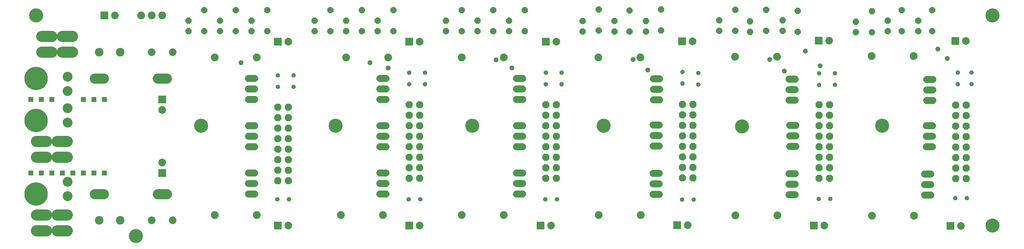
<source format=gts>
G75*
%MOIN*%
%OFA0B0*%
%FSLAX25Y25*%
%IPPOS*%
%LPD*%
%AMOC8*
5,1,8,0,0,1.08239X$1,22.5*
%
%ADD10C,0.13398*%
%ADD11OC8,0.06800*%
%ADD12C,0.00500*%
%ADD13C,0.06800*%
%ADD14R,0.07300X0.07300*%
%ADD15C,0.07300*%
%ADD16C,0.07400*%
%ADD17C,0.08200*%
%ADD18C,0.09650*%
%ADD19OC8,0.06000*%
%ADD20C,0.09400*%
%ADD21C,0.22300*%
%ADD22C,0.10643*%
%ADD23C,0.04762*%
%ADD24R,0.04762X0.04762*%
D10*
X0167923Y0019500D03*
X0229923Y0124500D03*
X0357923Y0124500D03*
X0487923Y0124500D03*
X0612923Y0124500D03*
X0744723Y0123800D03*
X0877923Y0124500D03*
X0982923Y0029500D03*
X0982923Y0229500D03*
X0072923Y0229500D03*
D11*
X0427923Y0144500D03*
X0437923Y0144500D03*
X0437923Y0134500D03*
X0427923Y0134500D03*
X0427923Y0124500D03*
X0437923Y0124500D03*
X0437923Y0114500D03*
X0427923Y0114500D03*
X0427923Y0104500D03*
X0437923Y0104500D03*
X0437923Y0094500D03*
X0427923Y0094500D03*
X0427923Y0084500D03*
X0437923Y0084500D03*
X0437923Y0074500D03*
X0427923Y0074500D03*
X0312923Y0072000D03*
X0302923Y0072000D03*
X0302923Y0082000D03*
X0312923Y0082000D03*
X0312923Y0092000D03*
X0302923Y0092000D03*
X0302923Y0102000D03*
X0312923Y0102000D03*
X0312923Y0112000D03*
X0302923Y0112000D03*
X0302923Y0122000D03*
X0312923Y0122000D03*
X0312923Y0132000D03*
X0302923Y0132000D03*
X0302923Y0142000D03*
X0312923Y0142000D03*
X0557923Y0144500D03*
X0567923Y0144500D03*
X0567923Y0134500D03*
X0557923Y0134500D03*
X0557923Y0124500D03*
X0567923Y0124500D03*
X0567923Y0114500D03*
X0557923Y0114500D03*
X0557923Y0104500D03*
X0567923Y0104500D03*
X0567923Y0094500D03*
X0557923Y0094500D03*
X0557923Y0084500D03*
X0567923Y0084500D03*
X0567923Y0074500D03*
X0557923Y0074500D03*
X0688001Y0074833D03*
X0698001Y0074833D03*
X0698001Y0084833D03*
X0688001Y0084833D03*
X0688001Y0094833D03*
X0698001Y0094833D03*
X0698001Y0104833D03*
X0688001Y0104833D03*
X0688001Y0114833D03*
X0698001Y0114833D03*
X0698001Y0124833D03*
X0688001Y0124833D03*
X0688001Y0134833D03*
X0698001Y0134833D03*
X0698001Y0144833D03*
X0688001Y0144833D03*
X0818001Y0144532D03*
X0828001Y0144532D03*
X0828001Y0134532D03*
X0818001Y0134532D03*
X0818001Y0124532D03*
X0828001Y0124532D03*
X0828001Y0114532D03*
X0818001Y0114532D03*
X0818001Y0104532D03*
X0828001Y0104532D03*
X0828001Y0094532D03*
X0818001Y0094532D03*
X0818001Y0084532D03*
X0828001Y0084532D03*
X0828001Y0074532D03*
X0818001Y0074532D03*
X0948001Y0074231D03*
X0958001Y0074231D03*
X0958001Y0084231D03*
X0948001Y0084231D03*
X0948001Y0094231D03*
X0958001Y0094231D03*
X0958001Y0104231D03*
X0948001Y0104231D03*
X0948001Y0114231D03*
X0958001Y0114231D03*
X0958001Y0124231D03*
X0948001Y0124231D03*
X0948001Y0134231D03*
X0958001Y0134231D03*
X0958001Y0144231D03*
X0948001Y0144231D03*
D12*
X0949661Y0162352D02*
X0949278Y0162475D01*
X0948932Y0162681D01*
X0948641Y0162958D01*
X0948419Y0163293D01*
X0948276Y0163669D01*
X0948221Y0164067D01*
X0948272Y0164460D01*
X0948410Y0164832D01*
X0948626Y0165164D01*
X0948911Y0165439D01*
X0949250Y0165645D01*
X0949626Y0165769D01*
X0950021Y0165807D01*
X0950404Y0165760D01*
X0950768Y0165630D01*
X0951093Y0165421D01*
X0951364Y0165146D01*
X0951567Y0164817D01*
X0951691Y0164451D01*
X0951731Y0164067D01*
X0951697Y0163686D01*
X0951579Y0163321D01*
X0951383Y0162992D01*
X0951119Y0162715D01*
X0950799Y0162504D01*
X0950441Y0162369D01*
X0950061Y0162317D01*
X0949661Y0162352D01*
X0949114Y0162573D02*
X0950904Y0162573D01*
X0951430Y0163071D02*
X0948566Y0163071D01*
X0948314Y0163570D02*
X0951660Y0163570D01*
X0951731Y0164068D02*
X0948222Y0164068D01*
X0948312Y0164567D02*
X0951652Y0164567D01*
X0951414Y0165065D02*
X0948562Y0165065D01*
X0949117Y0165564D02*
X0950871Y0165564D01*
X0961305Y0164488D02*
X0961423Y0164853D01*
X0961619Y0165182D01*
X0961883Y0165459D01*
X0962203Y0165670D01*
X0962561Y0165805D01*
X0962941Y0165857D01*
X0963341Y0165822D01*
X0963724Y0165699D01*
X0964070Y0165493D01*
X0964361Y0165216D01*
X0964583Y0164881D01*
X0964725Y0164505D01*
X0964780Y0164107D01*
X0964729Y0163714D01*
X0964592Y0163342D01*
X0964376Y0163010D01*
X0964091Y0162735D01*
X0963752Y0162529D01*
X0963375Y0162405D01*
X0962981Y0162367D01*
X0962597Y0162414D01*
X0962234Y0162544D01*
X0961908Y0162753D01*
X0961638Y0163028D01*
X0961435Y0163357D01*
X0961311Y0163723D01*
X0961271Y0164107D01*
X0961305Y0164488D01*
X0961330Y0164567D02*
X0964702Y0164567D01*
X0964775Y0164068D02*
X0961275Y0164068D01*
X0961363Y0163570D02*
X0964676Y0163570D01*
X0964416Y0163071D02*
X0961611Y0163071D01*
X0962189Y0162573D02*
X0963823Y0162573D01*
X0964461Y0165065D02*
X0961549Y0165065D01*
X0962042Y0165564D02*
X0963951Y0165564D01*
X0963375Y0173425D02*
X0962981Y0173387D01*
X0962597Y0173434D01*
X0962234Y0173564D01*
X0961908Y0173773D01*
X0961638Y0174048D01*
X0961435Y0174377D01*
X0961311Y0174743D01*
X0961271Y0175127D01*
X0961305Y0175508D01*
X0961423Y0175873D01*
X0961619Y0176202D01*
X0961883Y0176479D01*
X0962203Y0176690D01*
X0962561Y0176825D01*
X0962941Y0176877D01*
X0963341Y0176842D01*
X0963724Y0176719D01*
X0964070Y0176513D01*
X0964361Y0176236D01*
X0964583Y0175901D01*
X0964725Y0175525D01*
X0964780Y0175127D01*
X0964729Y0174734D01*
X0964592Y0174362D01*
X0964376Y0174030D01*
X0964091Y0173755D01*
X0963752Y0173549D01*
X0963375Y0173425D01*
X0963723Y0173540D02*
X0962302Y0173540D01*
X0961647Y0174039D02*
X0964381Y0174039D01*
X0964657Y0174537D02*
X0961381Y0174537D01*
X0961280Y0175036D02*
X0964769Y0175036D01*
X0964722Y0175534D02*
X0961313Y0175534D01*
X0961518Y0176033D02*
X0964496Y0176033D01*
X0964040Y0176531D02*
X0961962Y0176531D01*
X0951691Y0175471D02*
X0951731Y0175087D01*
X0951697Y0174706D01*
X0951579Y0174341D01*
X0951383Y0174012D01*
X0951119Y0173735D01*
X0950799Y0173524D01*
X0950441Y0173389D01*
X0950061Y0173337D01*
X0949661Y0173372D01*
X0949278Y0173495D01*
X0948932Y0173701D01*
X0948641Y0173978D01*
X0948419Y0174313D01*
X0948276Y0174689D01*
X0948221Y0175087D01*
X0948272Y0175480D01*
X0948410Y0175852D01*
X0948626Y0176184D01*
X0948911Y0176459D01*
X0949250Y0176665D01*
X0949626Y0176789D01*
X0950021Y0176827D01*
X0950404Y0176780D01*
X0950768Y0176650D01*
X0951093Y0176441D01*
X0951364Y0176166D01*
X0951567Y0175837D01*
X0951691Y0175471D01*
X0951670Y0175534D02*
X0948292Y0175534D01*
X0948229Y0175036D02*
X0951727Y0175036D01*
X0951643Y0174537D02*
X0948334Y0174537D01*
X0948601Y0174039D02*
X0951399Y0174039D01*
X0950824Y0173540D02*
X0949203Y0173540D01*
X0948527Y0176033D02*
X0951446Y0176033D01*
X0950953Y0176531D02*
X0949029Y0176531D01*
X0834780Y0174428D02*
X0834729Y0174035D01*
X0834592Y0173663D01*
X0834376Y0173331D01*
X0834091Y0173056D01*
X0833752Y0172850D01*
X0833375Y0172726D01*
X0832981Y0172688D01*
X0832597Y0172735D01*
X0832234Y0172865D01*
X0831908Y0173074D01*
X0831638Y0173349D01*
X0831435Y0173678D01*
X0831311Y0174044D01*
X0831271Y0174428D01*
X0831305Y0174809D01*
X0831423Y0175174D01*
X0831619Y0175503D01*
X0831883Y0175780D01*
X0832203Y0175991D01*
X0832561Y0176126D01*
X0832941Y0176178D01*
X0833341Y0176143D01*
X0833724Y0176020D01*
X0834070Y0175814D01*
X0834361Y0175537D01*
X0834583Y0175202D01*
X0834725Y0174826D01*
X0834780Y0174428D01*
X0834765Y0174537D02*
X0831280Y0174537D01*
X0831312Y0174039D02*
X0834730Y0174039D01*
X0834512Y0173540D02*
X0831520Y0173540D01*
X0831959Y0173041D02*
X0834067Y0173041D01*
X0834646Y0175036D02*
X0831378Y0175036D01*
X0831648Y0175534D02*
X0834363Y0175534D01*
X0833684Y0176033D02*
X0832312Y0176033D01*
X0819691Y0174772D02*
X0819731Y0174388D01*
X0819697Y0174007D01*
X0819579Y0173642D01*
X0819383Y0173313D01*
X0819119Y0173036D01*
X0818799Y0172825D01*
X0818441Y0172690D01*
X0818061Y0172638D01*
X0817661Y0172673D01*
X0817278Y0172796D01*
X0816932Y0173002D01*
X0816641Y0173279D01*
X0816419Y0173614D01*
X0816276Y0173990D01*
X0816221Y0174388D01*
X0816272Y0174781D01*
X0816410Y0175153D01*
X0816626Y0175485D01*
X0816911Y0175760D01*
X0817250Y0175966D01*
X0817626Y0176090D01*
X0818021Y0176128D01*
X0818404Y0176081D01*
X0818768Y0175951D01*
X0819093Y0175742D01*
X0819364Y0175467D01*
X0819567Y0175138D01*
X0819691Y0174772D01*
X0819716Y0174537D02*
X0816241Y0174537D01*
X0816270Y0174039D02*
X0819700Y0174039D01*
X0819518Y0173540D02*
X0816468Y0173540D01*
X0816891Y0173041D02*
X0819124Y0173041D01*
X0819602Y0175036D02*
X0816366Y0175036D01*
X0816677Y0175534D02*
X0819298Y0175534D01*
X0818540Y0176033D02*
X0817452Y0176033D01*
X0818021Y0165108D02*
X0818404Y0165061D01*
X0818768Y0164931D01*
X0819093Y0164722D01*
X0819364Y0164447D01*
X0819567Y0164118D01*
X0819691Y0163752D01*
X0819731Y0163368D01*
X0819697Y0162987D01*
X0819579Y0162622D01*
X0819383Y0162293D01*
X0819119Y0162016D01*
X0818799Y0161805D01*
X0818441Y0161670D01*
X0818061Y0161618D01*
X0817661Y0161653D01*
X0817278Y0161776D01*
X0816932Y0161982D01*
X0816641Y0162259D01*
X0816419Y0162594D01*
X0816276Y0162970D01*
X0816221Y0163368D01*
X0816272Y0163761D01*
X0816410Y0164133D01*
X0816626Y0164465D01*
X0816911Y0164740D01*
X0817250Y0164946D01*
X0817626Y0165070D01*
X0818021Y0165108D01*
X0818372Y0165065D02*
X0817612Y0165065D01*
X0816732Y0164567D02*
X0819246Y0164567D01*
X0819584Y0164068D02*
X0816386Y0164068D01*
X0816248Y0163570D02*
X0819710Y0163570D01*
X0819705Y0163071D02*
X0816262Y0163071D01*
X0816433Y0162573D02*
X0819550Y0162573D01*
X0819174Y0162074D02*
X0816835Y0162074D01*
X0831271Y0163408D02*
X0831311Y0163024D01*
X0831435Y0162658D01*
X0831638Y0162329D01*
X0831908Y0162054D01*
X0832234Y0161845D01*
X0832597Y0161715D01*
X0832981Y0161668D01*
X0833375Y0161706D01*
X0833752Y0161830D01*
X0834091Y0162036D01*
X0834376Y0162311D01*
X0834592Y0162643D01*
X0834729Y0163015D01*
X0834780Y0163408D01*
X0834725Y0163806D01*
X0834583Y0164182D01*
X0834361Y0164517D01*
X0834070Y0164794D01*
X0833724Y0165000D01*
X0833341Y0165123D01*
X0832941Y0165158D01*
X0832561Y0165106D01*
X0832203Y0164971D01*
X0831883Y0164760D01*
X0831619Y0164483D01*
X0831423Y0164154D01*
X0831305Y0163789D01*
X0831271Y0163408D01*
X0831285Y0163570D02*
X0834758Y0163570D01*
X0834737Y0163071D02*
X0831306Y0163071D01*
X0831487Y0162573D02*
X0834546Y0162573D01*
X0834131Y0162074D02*
X0831888Y0162074D01*
X0831395Y0164068D02*
X0834626Y0164068D01*
X0834309Y0164567D02*
X0831699Y0164567D01*
X0832453Y0165065D02*
X0833520Y0165065D01*
X0704780Y0163709D02*
X0704729Y0163316D01*
X0704592Y0162944D01*
X0704376Y0162612D01*
X0704091Y0162337D01*
X0703752Y0162131D01*
X0703375Y0162007D01*
X0702981Y0161969D01*
X0702597Y0162016D01*
X0702234Y0162146D01*
X0701908Y0162355D01*
X0701638Y0162630D01*
X0701435Y0162959D01*
X0701311Y0163325D01*
X0701271Y0163709D01*
X0701305Y0164090D01*
X0701423Y0164455D01*
X0701619Y0164784D01*
X0701883Y0165061D01*
X0702203Y0165272D01*
X0702561Y0165407D01*
X0702941Y0165459D01*
X0703341Y0165424D01*
X0703724Y0165301D01*
X0704070Y0165095D01*
X0704361Y0164818D01*
X0704583Y0164483D01*
X0704725Y0164107D01*
X0704780Y0163709D01*
X0704762Y0163570D02*
X0701285Y0163570D01*
X0701303Y0164068D02*
X0704731Y0164068D01*
X0704528Y0164567D02*
X0701489Y0164567D01*
X0701890Y0165065D02*
X0704101Y0165065D01*
X0704639Y0163071D02*
X0701397Y0163071D01*
X0701694Y0162573D02*
X0704335Y0162573D01*
X0703579Y0162074D02*
X0702434Y0162074D01*
X0689697Y0164288D02*
X0689579Y0163923D01*
X0689383Y0163594D01*
X0689119Y0163317D01*
X0688799Y0163106D01*
X0688441Y0162971D01*
X0688061Y0162919D01*
X0687661Y0162954D01*
X0687278Y0163077D01*
X0686932Y0163283D01*
X0686641Y0163560D01*
X0686419Y0163895D01*
X0686276Y0164271D01*
X0686221Y0164669D01*
X0686272Y0165062D01*
X0686410Y0165434D01*
X0686626Y0165766D01*
X0686911Y0166041D01*
X0687250Y0166247D01*
X0687626Y0166371D01*
X0688021Y0166409D01*
X0688404Y0166362D01*
X0688768Y0166232D01*
X0689093Y0166023D01*
X0689364Y0165748D01*
X0689567Y0165419D01*
X0689691Y0165053D01*
X0689731Y0164669D01*
X0689697Y0164288D01*
X0689626Y0164068D02*
X0686353Y0164068D01*
X0686236Y0164567D02*
X0689722Y0164567D01*
X0689687Y0165065D02*
X0686274Y0165065D01*
X0686494Y0165564D02*
X0689478Y0165564D01*
X0689032Y0166062D02*
X0686946Y0166062D01*
X0686634Y0163570D02*
X0689360Y0163570D01*
X0688708Y0163071D02*
X0687297Y0163071D01*
X0701638Y0173650D02*
X0701435Y0173979D01*
X0701311Y0174345D01*
X0701271Y0174729D01*
X0701305Y0175110D01*
X0701423Y0175475D01*
X0701619Y0175804D01*
X0701883Y0176081D01*
X0702203Y0176292D01*
X0702561Y0176427D01*
X0702941Y0176479D01*
X0703341Y0176444D01*
X0703724Y0176321D01*
X0704070Y0176115D01*
X0704361Y0175838D01*
X0704583Y0175503D01*
X0704725Y0175127D01*
X0704780Y0174729D01*
X0704729Y0174336D01*
X0704592Y0173964D01*
X0704376Y0173632D01*
X0704091Y0173357D01*
X0703752Y0173151D01*
X0703375Y0173027D01*
X0702981Y0172989D01*
X0702597Y0173036D01*
X0702234Y0173166D01*
X0701908Y0173375D01*
X0701638Y0173650D01*
X0701746Y0173540D02*
X0704280Y0173540D01*
X0704620Y0174039D02*
X0701415Y0174039D01*
X0701291Y0174537D02*
X0704756Y0174537D01*
X0704738Y0175036D02*
X0701298Y0175036D01*
X0701458Y0175534D02*
X0704563Y0175534D01*
X0704157Y0176033D02*
X0701837Y0176033D01*
X0702581Y0173041D02*
X0703420Y0173041D01*
X0689697Y0175308D02*
X0689579Y0174943D01*
X0689383Y0174614D01*
X0689119Y0174337D01*
X0688799Y0174126D01*
X0688441Y0173991D01*
X0688061Y0173939D01*
X0687661Y0173974D01*
X0687278Y0174097D01*
X0686932Y0174303D01*
X0686641Y0174580D01*
X0686419Y0174915D01*
X0686276Y0175291D01*
X0686221Y0175689D01*
X0686272Y0176082D01*
X0686410Y0176454D01*
X0686626Y0176786D01*
X0686911Y0177061D01*
X0687250Y0177267D01*
X0687626Y0177391D01*
X0688021Y0177429D01*
X0688404Y0177382D01*
X0688768Y0177252D01*
X0689093Y0177043D01*
X0689364Y0176768D01*
X0689567Y0176439D01*
X0689691Y0176073D01*
X0689731Y0175689D01*
X0689697Y0175308D01*
X0689717Y0175534D02*
X0686243Y0175534D01*
X0686266Y0176033D02*
X0689696Y0176033D01*
X0689510Y0176531D02*
X0686460Y0176531D01*
X0686878Y0177030D02*
X0689107Y0177030D01*
X0689609Y0175036D02*
X0686373Y0175036D01*
X0686686Y0174537D02*
X0689309Y0174537D01*
X0688567Y0174039D02*
X0687461Y0174039D01*
X0574702Y0175030D02*
X0574651Y0174637D01*
X0574514Y0174265D01*
X0574298Y0173933D01*
X0574013Y0173658D01*
X0573674Y0173452D01*
X0573297Y0173328D01*
X0572903Y0173290D01*
X0572519Y0173337D01*
X0572156Y0173467D01*
X0571830Y0173676D01*
X0571560Y0173951D01*
X0571357Y0174280D01*
X0571233Y0174646D01*
X0571193Y0175030D01*
X0571227Y0175411D01*
X0571345Y0175776D01*
X0571541Y0176105D01*
X0571805Y0176382D01*
X0572125Y0176593D01*
X0572483Y0176728D01*
X0572863Y0176780D01*
X0573263Y0176745D01*
X0573646Y0176622D01*
X0573992Y0176416D01*
X0574283Y0176139D01*
X0574505Y0175804D01*
X0574647Y0175428D01*
X0574702Y0175030D01*
X0574702Y0175036D02*
X0571193Y0175036D01*
X0571266Y0175534D02*
X0574607Y0175534D01*
X0574354Y0176033D02*
X0571498Y0176033D01*
X0572031Y0176531D02*
X0573798Y0176531D01*
X0574615Y0174537D02*
X0571270Y0174537D01*
X0571506Y0174039D02*
X0574366Y0174039D01*
X0573818Y0173540D02*
X0572042Y0173540D01*
X0559619Y0174609D02*
X0559501Y0174244D01*
X0559305Y0173915D01*
X0559041Y0173638D01*
X0558721Y0173427D01*
X0558363Y0173292D01*
X0557983Y0173240D01*
X0557583Y0173275D01*
X0557200Y0173398D01*
X0556854Y0173604D01*
X0556563Y0173881D01*
X0556341Y0174216D01*
X0556198Y0174592D01*
X0556143Y0174990D01*
X0556194Y0175383D01*
X0556332Y0175755D01*
X0556548Y0176087D01*
X0556833Y0176362D01*
X0557172Y0176568D01*
X0557548Y0176692D01*
X0557943Y0176730D01*
X0558326Y0176683D01*
X0558690Y0176553D01*
X0559015Y0176344D01*
X0559286Y0176069D01*
X0559489Y0175740D01*
X0559613Y0175374D01*
X0559653Y0174990D01*
X0559619Y0174609D01*
X0559596Y0174537D02*
X0556219Y0174537D01*
X0556149Y0175036D02*
X0559649Y0175036D01*
X0559559Y0175534D02*
X0556250Y0175534D01*
X0556513Y0176033D02*
X0559309Y0176033D01*
X0558724Y0176531D02*
X0557112Y0176531D01*
X0556458Y0174039D02*
X0559379Y0174039D01*
X0558892Y0173540D02*
X0556962Y0173540D01*
X0557548Y0165672D02*
X0557943Y0165710D01*
X0558326Y0165663D01*
X0558690Y0165533D01*
X0559015Y0165324D01*
X0559286Y0165049D01*
X0559489Y0164720D01*
X0559613Y0164354D01*
X0559653Y0163970D01*
X0559619Y0163589D01*
X0559501Y0163224D01*
X0559305Y0162895D01*
X0559041Y0162618D01*
X0558721Y0162407D01*
X0558363Y0162272D01*
X0557983Y0162220D01*
X0557583Y0162255D01*
X0557200Y0162378D01*
X0556854Y0162584D01*
X0556563Y0162861D01*
X0556341Y0163196D01*
X0556198Y0163572D01*
X0556143Y0163970D01*
X0556194Y0164363D01*
X0556332Y0164735D01*
X0556548Y0165067D01*
X0556833Y0165342D01*
X0557172Y0165548D01*
X0557548Y0165672D01*
X0557221Y0165564D02*
X0558603Y0165564D01*
X0559270Y0165065D02*
X0556547Y0165065D01*
X0556270Y0164567D02*
X0559541Y0164567D01*
X0559643Y0164068D02*
X0556156Y0164068D01*
X0556199Y0163570D02*
X0559613Y0163570D01*
X0559410Y0163071D02*
X0556423Y0163071D01*
X0556873Y0162573D02*
X0558972Y0162573D01*
X0571193Y0164010D02*
X0571233Y0163626D01*
X0571357Y0163260D01*
X0571560Y0162931D01*
X0571830Y0162656D01*
X0572156Y0162447D01*
X0572519Y0162317D01*
X0572903Y0162270D01*
X0573297Y0162308D01*
X0573674Y0162432D01*
X0574013Y0162638D01*
X0574298Y0162913D01*
X0574514Y0163245D01*
X0574651Y0163617D01*
X0574702Y0164010D01*
X0574647Y0164408D01*
X0574505Y0164784D01*
X0574283Y0165119D01*
X0573992Y0165396D01*
X0573646Y0165602D01*
X0573263Y0165725D01*
X0572863Y0165760D01*
X0572483Y0165708D01*
X0572125Y0165573D01*
X0571805Y0165362D01*
X0571541Y0165085D01*
X0571345Y0164756D01*
X0571227Y0164391D01*
X0571193Y0164010D01*
X0571198Y0164068D02*
X0574694Y0164068D01*
X0574634Y0163570D02*
X0571252Y0163570D01*
X0571473Y0163071D02*
X0574401Y0163071D01*
X0573906Y0162573D02*
X0571960Y0162573D01*
X0571283Y0164567D02*
X0574587Y0164567D01*
X0574319Y0165065D02*
X0571529Y0165065D01*
X0572110Y0165564D02*
X0573709Y0165564D01*
X0444702Y0164010D02*
X0444651Y0163617D01*
X0444514Y0163245D01*
X0444298Y0162913D01*
X0444013Y0162638D01*
X0443674Y0162432D01*
X0443297Y0162308D01*
X0442903Y0162270D01*
X0442519Y0162317D01*
X0442156Y0162447D01*
X0441830Y0162656D01*
X0441560Y0162931D01*
X0441357Y0163260D01*
X0441233Y0163626D01*
X0441193Y0164010D01*
X0441227Y0164391D01*
X0441345Y0164756D01*
X0441541Y0165085D01*
X0441805Y0165362D01*
X0442125Y0165573D01*
X0442483Y0165708D01*
X0442863Y0165760D01*
X0443263Y0165725D01*
X0443646Y0165602D01*
X0443992Y0165396D01*
X0444283Y0165119D01*
X0444505Y0164784D01*
X0444647Y0164408D01*
X0444702Y0164010D01*
X0444694Y0164068D02*
X0441198Y0164068D01*
X0441252Y0163570D02*
X0444634Y0163570D01*
X0444401Y0163071D02*
X0441473Y0163071D01*
X0441960Y0162573D02*
X0443906Y0162573D01*
X0444587Y0164567D02*
X0441283Y0164567D01*
X0441529Y0165065D02*
X0444319Y0165065D01*
X0443709Y0165564D02*
X0442110Y0165564D01*
X0429613Y0164354D02*
X0429653Y0163970D01*
X0429619Y0163589D01*
X0429501Y0163224D01*
X0429305Y0162895D01*
X0429041Y0162618D01*
X0428721Y0162407D01*
X0428363Y0162272D01*
X0427983Y0162220D01*
X0427583Y0162255D01*
X0427200Y0162378D01*
X0426854Y0162584D01*
X0426563Y0162861D01*
X0426341Y0163196D01*
X0426198Y0163572D01*
X0426143Y0163970D01*
X0426194Y0164363D01*
X0426332Y0164735D01*
X0426548Y0165067D01*
X0426833Y0165342D01*
X0427172Y0165548D01*
X0427548Y0165672D01*
X0427943Y0165710D01*
X0428326Y0165663D01*
X0428690Y0165533D01*
X0429015Y0165324D01*
X0429286Y0165049D01*
X0429489Y0164720D01*
X0429613Y0164354D01*
X0429541Y0164567D02*
X0426270Y0164567D01*
X0426156Y0164068D02*
X0429643Y0164068D01*
X0429613Y0163570D02*
X0426199Y0163570D01*
X0426423Y0163071D02*
X0429410Y0163071D01*
X0428972Y0162573D02*
X0426873Y0162573D01*
X0426547Y0165065D02*
X0429270Y0165065D01*
X0428603Y0165564D02*
X0427221Y0165564D01*
X0427983Y0173240D02*
X0427583Y0173275D01*
X0427200Y0173398D01*
X0426854Y0173604D01*
X0426563Y0173881D01*
X0426341Y0174216D01*
X0426198Y0174592D01*
X0426143Y0174990D01*
X0426194Y0175383D01*
X0426332Y0175755D01*
X0426548Y0176087D01*
X0426833Y0176362D01*
X0427172Y0176568D01*
X0427548Y0176692D01*
X0427943Y0176730D01*
X0428326Y0176683D01*
X0428690Y0176553D01*
X0429015Y0176344D01*
X0429286Y0176069D01*
X0429489Y0175740D01*
X0429613Y0175374D01*
X0429653Y0174990D01*
X0429619Y0174609D01*
X0429501Y0174244D01*
X0429305Y0173915D01*
X0429041Y0173638D01*
X0428721Y0173427D01*
X0428363Y0173292D01*
X0427983Y0173240D01*
X0428892Y0173540D02*
X0426962Y0173540D01*
X0426458Y0174039D02*
X0429379Y0174039D01*
X0429596Y0174537D02*
X0426219Y0174537D01*
X0426149Y0175036D02*
X0429649Y0175036D01*
X0429559Y0175534D02*
X0426250Y0175534D01*
X0426513Y0176033D02*
X0429309Y0176033D01*
X0428724Y0176531D02*
X0427112Y0176531D01*
X0441227Y0175411D02*
X0441345Y0175776D01*
X0441541Y0176105D01*
X0441805Y0176382D01*
X0442125Y0176593D01*
X0442483Y0176728D01*
X0442863Y0176780D01*
X0443263Y0176745D01*
X0443646Y0176622D01*
X0443992Y0176416D01*
X0444283Y0176139D01*
X0444505Y0175804D01*
X0444647Y0175428D01*
X0444702Y0175030D01*
X0444651Y0174637D01*
X0444514Y0174265D01*
X0444298Y0173933D01*
X0444013Y0173658D01*
X0443674Y0173452D01*
X0443297Y0173328D01*
X0442903Y0173290D01*
X0442519Y0173337D01*
X0442156Y0173467D01*
X0441830Y0173676D01*
X0441560Y0173951D01*
X0441357Y0174280D01*
X0441233Y0174646D01*
X0441193Y0175030D01*
X0441227Y0175411D01*
X0441266Y0175534D02*
X0444607Y0175534D01*
X0444702Y0175036D02*
X0441193Y0175036D01*
X0441270Y0174537D02*
X0444615Y0174537D01*
X0444366Y0174039D02*
X0441506Y0174039D01*
X0442042Y0173540D02*
X0443818Y0173540D01*
X0444354Y0176033D02*
X0441498Y0176033D01*
X0442031Y0176531D02*
X0443798Y0176531D01*
X0319702Y0172530D02*
X0319651Y0172137D01*
X0319514Y0171765D01*
X0319298Y0171433D01*
X0319013Y0171158D01*
X0318674Y0170952D01*
X0318297Y0170828D01*
X0317903Y0170790D01*
X0317519Y0170837D01*
X0317156Y0170967D01*
X0316830Y0171176D01*
X0316560Y0171451D01*
X0316357Y0171780D01*
X0316233Y0172146D01*
X0316193Y0172530D01*
X0316227Y0172911D01*
X0316345Y0173276D01*
X0316541Y0173605D01*
X0316805Y0173882D01*
X0317125Y0174093D01*
X0317483Y0174228D01*
X0317863Y0174280D01*
X0318263Y0174245D01*
X0318646Y0174122D01*
X0318992Y0173916D01*
X0319283Y0173639D01*
X0319505Y0173304D01*
X0319647Y0172928D01*
X0319702Y0172530D01*
X0319701Y0172543D02*
X0316194Y0172543D01*
X0316267Y0172044D02*
X0319617Y0172044D01*
X0319371Y0171546D02*
X0316501Y0171546D01*
X0317031Y0171047D02*
X0318831Y0171047D01*
X0319605Y0173041D02*
X0316269Y0173041D01*
X0316502Y0173540D02*
X0319349Y0173540D01*
X0318786Y0174039D02*
X0317042Y0174039D01*
X0304613Y0172874D02*
X0304653Y0172490D01*
X0304619Y0172109D01*
X0304501Y0171744D01*
X0304305Y0171415D01*
X0304041Y0171138D01*
X0303721Y0170927D01*
X0303363Y0170792D01*
X0302983Y0170740D01*
X0302583Y0170775D01*
X0302200Y0170898D01*
X0301854Y0171104D01*
X0301563Y0171381D01*
X0301341Y0171716D01*
X0301198Y0172092D01*
X0301143Y0172490D01*
X0301194Y0172883D01*
X0301332Y0173255D01*
X0301548Y0173587D01*
X0301833Y0173862D01*
X0302172Y0174068D01*
X0302548Y0174192D01*
X0302943Y0174230D01*
X0303326Y0174183D01*
X0303690Y0174053D01*
X0304015Y0173844D01*
X0304286Y0173569D01*
X0304489Y0173240D01*
X0304613Y0172874D01*
X0304556Y0173041D02*
X0301253Y0173041D01*
X0301150Y0172543D02*
X0304648Y0172543D01*
X0304599Y0172044D02*
X0301216Y0172044D01*
X0301453Y0171546D02*
X0304383Y0171546D01*
X0303904Y0171047D02*
X0301949Y0171047D01*
X0301517Y0173540D02*
X0304304Y0173540D01*
X0303712Y0174039D02*
X0302124Y0174039D01*
X0302943Y0163210D02*
X0303326Y0163163D01*
X0303690Y0163033D01*
X0304015Y0162824D01*
X0304286Y0162549D01*
X0304489Y0162220D01*
X0304613Y0161854D01*
X0304653Y0161470D01*
X0304619Y0161089D01*
X0304501Y0160724D01*
X0304305Y0160395D01*
X0304041Y0160118D01*
X0303721Y0159907D01*
X0303363Y0159772D01*
X0302983Y0159720D01*
X0302583Y0159755D01*
X0302200Y0159878D01*
X0301854Y0160084D01*
X0301563Y0160361D01*
X0301341Y0160696D01*
X0301198Y0161072D01*
X0301143Y0161470D01*
X0301194Y0161863D01*
X0301332Y0162235D01*
X0301548Y0162567D01*
X0301833Y0162842D01*
X0302172Y0163048D01*
X0302548Y0163172D01*
X0302943Y0163210D01*
X0303583Y0163071D02*
X0302244Y0163071D01*
X0301554Y0162573D02*
X0304263Y0162573D01*
X0304538Y0162074D02*
X0301272Y0162074D01*
X0301157Y0161576D02*
X0304642Y0161576D01*
X0304616Y0161077D02*
X0301198Y0161077D01*
X0301418Y0160579D02*
X0304415Y0160579D01*
X0303984Y0160080D02*
X0301860Y0160080D01*
X0316193Y0161510D02*
X0316233Y0161126D01*
X0316357Y0160760D01*
X0316560Y0160431D01*
X0316830Y0160156D01*
X0317156Y0159947D01*
X0317519Y0159817D01*
X0317903Y0159770D01*
X0318297Y0159808D01*
X0318674Y0159932D01*
X0319013Y0160138D01*
X0319298Y0160413D01*
X0319514Y0160745D01*
X0319651Y0161117D01*
X0319702Y0161510D01*
X0319647Y0161908D01*
X0319505Y0162284D01*
X0319283Y0162619D01*
X0318992Y0162896D01*
X0318646Y0163102D01*
X0318263Y0163225D01*
X0317863Y0163260D01*
X0317483Y0163208D01*
X0317125Y0163073D01*
X0316805Y0162862D01*
X0316541Y0162585D01*
X0316345Y0162256D01*
X0316227Y0161891D01*
X0316193Y0161510D01*
X0316198Y0161576D02*
X0319693Y0161576D01*
X0319637Y0161077D02*
X0316249Y0161077D01*
X0316469Y0160579D02*
X0319406Y0160579D01*
X0318918Y0160080D02*
X0316948Y0160080D01*
X0316286Y0162074D02*
X0319585Y0162074D01*
X0319314Y0162573D02*
X0316534Y0162573D01*
X0317122Y0163071D02*
X0318697Y0163071D01*
X0313453Y0056230D02*
X0313069Y0056190D01*
X0312703Y0056066D01*
X0312374Y0055863D01*
X0312099Y0055592D01*
X0311890Y0055267D01*
X0311760Y0054904D01*
X0311713Y0054520D01*
X0311751Y0054126D01*
X0311875Y0053749D01*
X0312081Y0053410D01*
X0312356Y0053125D01*
X0312688Y0052909D01*
X0313060Y0052772D01*
X0313453Y0052720D01*
X0313851Y0052775D01*
X0314227Y0052918D01*
X0314562Y0053140D01*
X0314839Y0053431D01*
X0315045Y0053777D01*
X0315168Y0054160D01*
X0315203Y0054560D01*
X0315151Y0054940D01*
X0315016Y0055298D01*
X0314805Y0055618D01*
X0314528Y0055882D01*
X0314199Y0056078D01*
X0313834Y0056196D01*
X0313453Y0056230D01*
X0312420Y0055891D02*
X0314513Y0055891D01*
X0314954Y0055393D02*
X0311971Y0055393D01*
X0311758Y0054894D02*
X0315157Y0054894D01*
X0315188Y0054396D02*
X0311725Y0054396D01*
X0311826Y0053897D02*
X0315083Y0053897D01*
X0314808Y0053399D02*
X0312092Y0053399D01*
X0312711Y0052900D02*
X0314181Y0052900D01*
X0304148Y0054160D02*
X0304024Y0053777D01*
X0303819Y0053431D01*
X0303542Y0053140D01*
X0303207Y0052918D01*
X0302831Y0052775D01*
X0302433Y0052720D01*
X0302040Y0052772D01*
X0301668Y0052909D01*
X0301336Y0053125D01*
X0301060Y0053410D01*
X0300855Y0053749D01*
X0300731Y0054126D01*
X0300693Y0054520D01*
X0300739Y0054904D01*
X0300870Y0055267D01*
X0301078Y0055592D01*
X0301354Y0055863D01*
X0301683Y0056066D01*
X0302049Y0056190D01*
X0302433Y0056230D01*
X0302814Y0056196D01*
X0303179Y0056078D01*
X0303508Y0055882D01*
X0303785Y0055618D01*
X0303996Y0055298D01*
X0304131Y0054940D01*
X0304183Y0054560D01*
X0304148Y0054160D01*
X0304168Y0054396D02*
X0300705Y0054396D01*
X0300738Y0054894D02*
X0304137Y0054894D01*
X0303934Y0055393D02*
X0300951Y0055393D01*
X0301400Y0055891D02*
X0303492Y0055891D01*
X0304063Y0053897D02*
X0300806Y0053897D01*
X0301071Y0053399D02*
X0303788Y0053399D01*
X0303161Y0052900D02*
X0301691Y0052900D01*
X0425693Y0054520D02*
X0425739Y0054904D01*
X0425870Y0055267D01*
X0426078Y0055592D01*
X0426354Y0055863D01*
X0426683Y0056066D01*
X0427049Y0056190D01*
X0427433Y0056230D01*
X0427814Y0056196D01*
X0428179Y0056078D01*
X0428508Y0055882D01*
X0428785Y0055618D01*
X0428996Y0055298D01*
X0429131Y0054940D01*
X0429183Y0054560D01*
X0429148Y0054160D01*
X0429024Y0053777D01*
X0428819Y0053431D01*
X0428542Y0053140D01*
X0428207Y0052918D01*
X0427831Y0052775D01*
X0427433Y0052720D01*
X0427040Y0052772D01*
X0426668Y0052909D01*
X0426336Y0053125D01*
X0426060Y0053410D01*
X0425855Y0053749D01*
X0425731Y0054126D01*
X0425693Y0054520D01*
X0425705Y0054396D02*
X0429168Y0054396D01*
X0429137Y0054894D02*
X0425738Y0054894D01*
X0425951Y0055393D02*
X0428934Y0055393D01*
X0428492Y0055891D02*
X0426400Y0055891D01*
X0425806Y0053897D02*
X0429063Y0053897D01*
X0428788Y0053399D02*
X0426071Y0053399D01*
X0426691Y0052900D02*
X0428161Y0052900D01*
X0436751Y0054126D02*
X0436713Y0054520D01*
X0436760Y0054904D01*
X0436890Y0055267D01*
X0437099Y0055592D01*
X0437374Y0055863D01*
X0437703Y0056066D01*
X0438069Y0056190D01*
X0438453Y0056230D01*
X0438834Y0056196D01*
X0439199Y0056078D01*
X0439528Y0055882D01*
X0439805Y0055618D01*
X0440016Y0055298D01*
X0440151Y0054940D01*
X0440203Y0054560D01*
X0440168Y0054160D01*
X0440045Y0053777D01*
X0439839Y0053431D01*
X0439562Y0053140D01*
X0439227Y0052918D01*
X0438851Y0052775D01*
X0438453Y0052720D01*
X0438060Y0052772D01*
X0437688Y0052909D01*
X0437356Y0053125D01*
X0437081Y0053410D01*
X0436875Y0053749D01*
X0436751Y0054126D01*
X0436826Y0053897D02*
X0440083Y0053897D01*
X0440188Y0054396D02*
X0436725Y0054396D01*
X0436758Y0054894D02*
X0440157Y0054894D01*
X0439954Y0055393D02*
X0436971Y0055393D01*
X0437420Y0055891D02*
X0439513Y0055891D01*
X0439808Y0053399D02*
X0437092Y0053399D01*
X0437711Y0052900D02*
X0439181Y0052900D01*
X0555693Y0054520D02*
X0555739Y0054904D01*
X0555870Y0055267D01*
X0556078Y0055592D01*
X0556354Y0055863D01*
X0556683Y0056066D01*
X0557049Y0056190D01*
X0557433Y0056230D01*
X0557814Y0056196D01*
X0558179Y0056078D01*
X0558508Y0055882D01*
X0558785Y0055618D01*
X0558996Y0055298D01*
X0559131Y0054940D01*
X0559183Y0054560D01*
X0559148Y0054160D01*
X0559024Y0053777D01*
X0558819Y0053431D01*
X0558542Y0053140D01*
X0558207Y0052918D01*
X0557831Y0052775D01*
X0557433Y0052720D01*
X0557040Y0052772D01*
X0556668Y0052909D01*
X0556336Y0053125D01*
X0556060Y0053410D01*
X0555855Y0053749D01*
X0555731Y0054126D01*
X0555693Y0054520D01*
X0555705Y0054396D02*
X0559168Y0054396D01*
X0559137Y0054894D02*
X0555738Y0054894D01*
X0555951Y0055393D02*
X0558934Y0055393D01*
X0558492Y0055891D02*
X0556400Y0055891D01*
X0555806Y0053897D02*
X0559063Y0053897D01*
X0558788Y0053399D02*
X0556071Y0053399D01*
X0556691Y0052900D02*
X0558161Y0052900D01*
X0566751Y0054126D02*
X0566713Y0054520D01*
X0566760Y0054904D01*
X0566890Y0055267D01*
X0567099Y0055592D01*
X0567374Y0055863D01*
X0567703Y0056066D01*
X0568069Y0056190D01*
X0568453Y0056230D01*
X0568834Y0056196D01*
X0569199Y0056078D01*
X0569528Y0055882D01*
X0569805Y0055618D01*
X0570016Y0055298D01*
X0570151Y0054940D01*
X0570203Y0054560D01*
X0570168Y0054160D01*
X0570045Y0053777D01*
X0569839Y0053431D01*
X0569562Y0053140D01*
X0569227Y0052918D01*
X0568851Y0052775D01*
X0568453Y0052720D01*
X0568060Y0052772D01*
X0567688Y0052909D01*
X0567356Y0053125D01*
X0567081Y0053410D01*
X0566875Y0053749D01*
X0566751Y0054126D01*
X0566826Y0053897D02*
X0570083Y0053897D01*
X0570188Y0054396D02*
X0566725Y0054396D01*
X0566758Y0054894D02*
X0570157Y0054894D01*
X0569954Y0055393D02*
X0566971Y0055393D01*
X0567420Y0055891D02*
X0569513Y0055891D01*
X0569808Y0053399D02*
X0567092Y0053399D01*
X0567711Y0052900D02*
X0569181Y0052900D01*
X0685771Y0054219D02*
X0685817Y0054603D01*
X0685948Y0054966D01*
X0686156Y0055291D01*
X0686432Y0055562D01*
X0686761Y0055765D01*
X0687127Y0055889D01*
X0687511Y0055929D01*
X0687892Y0055895D01*
X0688257Y0055777D01*
X0688586Y0055581D01*
X0688863Y0055317D01*
X0689074Y0054997D01*
X0689209Y0054639D01*
X0689261Y0054259D01*
X0689226Y0053859D01*
X0689102Y0053476D01*
X0688897Y0053130D01*
X0688620Y0052839D01*
X0688285Y0052617D01*
X0687909Y0052474D01*
X0687511Y0052419D01*
X0687118Y0052471D01*
X0686746Y0052608D01*
X0686414Y0052824D01*
X0686138Y0053109D01*
X0685933Y0053448D01*
X0685809Y0053825D01*
X0685771Y0054219D01*
X0685792Y0054396D02*
X0689242Y0054396D01*
X0689229Y0053897D02*
X0685802Y0053897D01*
X0685963Y0053399D02*
X0689057Y0053399D01*
X0688678Y0052900D02*
X0686340Y0052900D01*
X0685922Y0054894D02*
X0689113Y0054894D01*
X0688783Y0055393D02*
X0686260Y0055393D01*
X0687145Y0055891D02*
X0687905Y0055891D01*
X0696838Y0054603D02*
X0696968Y0054966D01*
X0697177Y0055291D01*
X0697452Y0055562D01*
X0697781Y0055765D01*
X0698147Y0055889D01*
X0698531Y0055929D01*
X0698912Y0055895D01*
X0699277Y0055777D01*
X0699606Y0055581D01*
X0699883Y0055317D01*
X0700094Y0054997D01*
X0700229Y0054639D01*
X0700281Y0054259D01*
X0700246Y0053859D01*
X0700123Y0053476D01*
X0699917Y0053130D01*
X0699640Y0052839D01*
X0699305Y0052617D01*
X0698929Y0052474D01*
X0698531Y0052419D01*
X0698138Y0052471D01*
X0697766Y0052608D01*
X0697434Y0052824D01*
X0697159Y0053109D01*
X0696953Y0053448D01*
X0696829Y0053825D01*
X0696791Y0054219D01*
X0696838Y0054603D01*
X0696812Y0054396D02*
X0700262Y0054396D01*
X0700249Y0053897D02*
X0696822Y0053897D01*
X0696983Y0053399D02*
X0700077Y0053399D01*
X0699698Y0052900D02*
X0697360Y0052900D01*
X0696942Y0054894D02*
X0700133Y0054894D01*
X0699803Y0055393D02*
X0697280Y0055393D01*
X0698165Y0055891D02*
X0698925Y0055891D01*
X0815771Y0054918D02*
X0815817Y0055302D01*
X0815948Y0055665D01*
X0816156Y0055990D01*
X0816432Y0056261D01*
X0816761Y0056464D01*
X0817127Y0056588D01*
X0817511Y0056628D01*
X0817892Y0056594D01*
X0818257Y0056476D01*
X0818586Y0056280D01*
X0818863Y0056016D01*
X0819074Y0055696D01*
X0819209Y0055338D01*
X0819261Y0054958D01*
X0819226Y0054558D01*
X0819102Y0054175D01*
X0818897Y0053829D01*
X0818620Y0053538D01*
X0818285Y0053316D01*
X0817909Y0053173D01*
X0817511Y0053118D01*
X0817118Y0053170D01*
X0816746Y0053307D01*
X0816414Y0053523D01*
X0816138Y0053808D01*
X0815933Y0054147D01*
X0815809Y0054524D01*
X0815771Y0054918D01*
X0815773Y0054894D02*
X0819255Y0054894D01*
X0819188Y0055393D02*
X0815850Y0055393D01*
X0816093Y0055891D02*
X0818945Y0055891D01*
X0818402Y0056390D02*
X0816641Y0056390D01*
X0815851Y0054396D02*
X0819174Y0054396D01*
X0818938Y0053897D02*
X0816085Y0053897D01*
X0816605Y0053399D02*
X0818410Y0053399D01*
X0826829Y0054524D02*
X0826791Y0054918D01*
X0826838Y0055302D01*
X0826968Y0055665D01*
X0827177Y0055990D01*
X0827452Y0056261D01*
X0827781Y0056464D01*
X0828147Y0056588D01*
X0828531Y0056628D01*
X0828912Y0056594D01*
X0829277Y0056476D01*
X0829606Y0056280D01*
X0829883Y0056016D01*
X0830094Y0055696D01*
X0830229Y0055338D01*
X0830281Y0054958D01*
X0830246Y0054558D01*
X0830123Y0054175D01*
X0829917Y0053829D01*
X0829640Y0053538D01*
X0829305Y0053316D01*
X0828929Y0053173D01*
X0828531Y0053118D01*
X0828138Y0053170D01*
X0827766Y0053307D01*
X0827434Y0053523D01*
X0827159Y0053808D01*
X0826953Y0054147D01*
X0826829Y0054524D01*
X0826871Y0054396D02*
X0830194Y0054396D01*
X0830275Y0054894D02*
X0826793Y0054894D01*
X0826870Y0055393D02*
X0830208Y0055393D01*
X0829965Y0055891D02*
X0827113Y0055891D01*
X0827661Y0056390D02*
X0829422Y0056390D01*
X0829958Y0053897D02*
X0827105Y0053897D01*
X0827625Y0053399D02*
X0829430Y0053399D01*
X0945721Y0055537D02*
X0945773Y0055157D01*
X0945908Y0054799D01*
X0946119Y0054479D01*
X0946396Y0054215D01*
X0946725Y0054019D01*
X0947089Y0053901D01*
X0947471Y0053867D01*
X0947855Y0053907D01*
X0948221Y0054031D01*
X0948550Y0054234D01*
X0948825Y0054505D01*
X0949034Y0054830D01*
X0949164Y0055193D01*
X0949211Y0055577D01*
X0949173Y0055971D01*
X0949048Y0056348D01*
X0948843Y0056687D01*
X0948568Y0056972D01*
X0948236Y0057188D01*
X0947864Y0057325D01*
X0947471Y0057377D01*
X0947073Y0057322D01*
X0946697Y0057179D01*
X0946362Y0056957D01*
X0946085Y0056666D01*
X0945879Y0056320D01*
X0945756Y0055937D01*
X0945721Y0055537D01*
X0945741Y0055393D02*
X0949188Y0055393D01*
X0949181Y0055891D02*
X0945752Y0055891D01*
X0945921Y0056390D02*
X0949023Y0056390D01*
X0948648Y0056888D02*
X0946296Y0056888D01*
X0945872Y0054894D02*
X0949057Y0054894D01*
X0948715Y0054396D02*
X0946206Y0054396D01*
X0947127Y0053897D02*
X0947765Y0053897D01*
X0956793Y0055157D02*
X0956741Y0055537D01*
X0956776Y0055937D01*
X0956899Y0056320D01*
X0957105Y0056666D01*
X0957382Y0056957D01*
X0957717Y0057179D01*
X0958093Y0057322D01*
X0958491Y0057377D01*
X0958884Y0057325D01*
X0959256Y0057188D01*
X0959588Y0056972D01*
X0959863Y0056687D01*
X0960069Y0056348D01*
X0960193Y0055971D01*
X0960231Y0055577D01*
X0960184Y0055193D01*
X0960054Y0054830D01*
X0959845Y0054505D01*
X0959570Y0054234D01*
X0959241Y0054031D01*
X0958875Y0053907D01*
X0958491Y0053867D01*
X0958110Y0053901D01*
X0957745Y0054019D01*
X0957416Y0054215D01*
X0957139Y0054479D01*
X0956928Y0054799D01*
X0956793Y0055157D01*
X0956761Y0055393D02*
X0960209Y0055393D01*
X0960201Y0055891D02*
X0956772Y0055891D01*
X0956941Y0056390D02*
X0960043Y0056390D01*
X0959669Y0056888D02*
X0957317Y0056888D01*
X0956892Y0054894D02*
X0960077Y0054894D01*
X0959735Y0054396D02*
X0957226Y0054396D01*
X0958147Y0053897D02*
X0958786Y0053897D01*
D13*
X0924401Y0058398D02*
X0918401Y0058398D01*
X0918401Y0068398D02*
X0924401Y0068398D01*
X0924401Y0078398D02*
X0918401Y0078398D01*
X0920001Y0104398D02*
X0926001Y0104398D01*
X0926001Y0114398D02*
X0920001Y0114398D01*
X0920001Y0124398D02*
X0926001Y0124398D01*
X0926201Y0148398D02*
X0920201Y0148398D01*
X0920201Y0158398D02*
X0926201Y0158398D01*
X0926201Y0168398D02*
X0920201Y0168398D01*
X0795201Y0168699D02*
X0789201Y0168699D01*
X0789201Y0158699D02*
X0795201Y0158699D01*
X0795201Y0148699D02*
X0789201Y0148699D01*
X0790001Y0124699D02*
X0796001Y0124699D01*
X0796001Y0114699D02*
X0790001Y0114699D01*
X0790001Y0104699D02*
X0796001Y0104699D01*
X0795401Y0078699D02*
X0789401Y0078699D01*
X0789401Y0068699D02*
X0795401Y0068699D01*
X0795401Y0058699D02*
X0789401Y0058699D01*
X0666001Y0059000D02*
X0660001Y0059000D01*
X0660001Y0069000D02*
X0666001Y0069000D01*
X0666001Y0079000D02*
X0660001Y0079000D01*
X0535923Y0079500D02*
X0529923Y0079500D01*
X0529923Y0069500D02*
X0535923Y0069500D01*
X0535923Y0059500D02*
X0529923Y0059500D01*
X0405923Y0059500D02*
X0399923Y0059500D01*
X0399923Y0069500D02*
X0405923Y0069500D01*
X0405923Y0079500D02*
X0399923Y0079500D01*
X0399923Y0104500D02*
X0405923Y0104500D01*
X0405923Y0114500D02*
X0399923Y0114500D01*
X0399923Y0124500D02*
X0405923Y0124500D01*
X0405923Y0149500D02*
X0399923Y0149500D01*
X0399923Y0159500D02*
X0405923Y0159500D01*
X0405923Y0169500D02*
X0399923Y0169500D01*
X0280923Y0169500D02*
X0274923Y0169500D01*
X0274923Y0159500D02*
X0280923Y0159500D01*
X0280923Y0149500D02*
X0274923Y0149500D01*
X0274923Y0124500D02*
X0280923Y0124500D01*
X0280923Y0114500D02*
X0274923Y0114500D01*
X0274923Y0104500D02*
X0280923Y0104500D01*
X0280923Y0079500D02*
X0274923Y0079500D01*
X0274923Y0069500D02*
X0280923Y0069500D01*
X0280923Y0059500D02*
X0274923Y0059500D01*
X0529923Y0104500D02*
X0535923Y0104500D01*
X0535923Y0114500D02*
X0529923Y0114500D01*
X0529923Y0124500D02*
X0535923Y0124500D01*
X0660001Y0125000D02*
X0666001Y0125000D01*
X0666001Y0115000D02*
X0660001Y0115000D01*
X0660001Y0105000D02*
X0666001Y0105000D01*
X0666201Y0149000D02*
X0660201Y0149000D01*
X0660201Y0159000D02*
X0666201Y0159000D01*
X0666201Y0169000D02*
X0660201Y0169000D01*
X0535923Y0169500D02*
X0529923Y0169500D01*
X0529923Y0159500D02*
X0535923Y0159500D01*
X0535923Y0149500D02*
X0529923Y0149500D01*
D14*
X0557923Y0204500D03*
X0427923Y0204500D03*
X0302923Y0204500D03*
X0137923Y0229500D03*
X0192923Y0149500D03*
X0192923Y0079500D03*
X0302923Y0029500D03*
X0427923Y0029500D03*
X0552923Y0029500D03*
X0683030Y0029757D03*
X0813030Y0029456D03*
X0943030Y0029155D03*
X0947544Y0205155D03*
X0817544Y0205456D03*
X0687544Y0204757D03*
D15*
X0697544Y0204757D03*
X0827544Y0205456D03*
X0957544Y0205155D03*
X0567923Y0204500D03*
X0437923Y0204500D03*
X0312923Y0204500D03*
X0202773Y0194500D03*
X0183073Y0194500D03*
X0147923Y0229500D03*
X0192923Y0139500D03*
X0192923Y0089500D03*
X0202773Y0034500D03*
X0183073Y0034500D03*
X0312923Y0029500D03*
X0437923Y0029500D03*
X0562923Y0029500D03*
X0693030Y0029757D03*
X0823030Y0029456D03*
X0953030Y0029155D03*
D16*
X0908151Y0038764D03*
X0868151Y0038764D03*
X0778151Y0039065D03*
X0738151Y0039065D03*
X0648151Y0039366D03*
X0608151Y0039366D03*
X0517923Y0039500D03*
X0477923Y0039500D03*
X0402923Y0039500D03*
X0362923Y0039500D03*
X0282923Y0039500D03*
X0242923Y0039500D03*
X0242923Y0189500D03*
X0282923Y0189500D03*
X0367923Y0189500D03*
X0407923Y0189500D03*
X0477923Y0189500D03*
X0517923Y0189500D03*
X0608051Y0189366D03*
X0648051Y0189366D03*
X0738051Y0190065D03*
X0778051Y0190065D03*
X0868051Y0190764D03*
X0908051Y0190764D03*
X0192923Y0229500D03*
X0182923Y0229500D03*
X0172923Y0229500D03*
D17*
X0152923Y0194500D03*
X0132923Y0194500D03*
X0132923Y0034500D03*
X0152923Y0034500D03*
D18*
X0137348Y0059500D02*
X0128498Y0059500D01*
X0188498Y0059500D02*
X0197348Y0059500D01*
X0197348Y0169500D02*
X0188498Y0169500D01*
X0137348Y0169500D02*
X0128498Y0169500D01*
D19*
X0217923Y0214500D03*
X0232923Y0214500D03*
X0247923Y0214500D03*
X0262923Y0214500D03*
X0277923Y0214500D03*
X0292923Y0214500D03*
X0277923Y0224500D03*
X0247923Y0224500D03*
X0217923Y0224500D03*
X0232923Y0234500D03*
X0262923Y0234500D03*
X0292923Y0234500D03*
X0337923Y0224500D03*
X0367923Y0224500D03*
X0397923Y0224500D03*
X0397923Y0214500D03*
X0382923Y0214500D03*
X0367923Y0214500D03*
X0352923Y0214500D03*
X0337923Y0214500D03*
X0412923Y0214500D03*
X0462923Y0214500D03*
X0477923Y0214500D03*
X0492923Y0214500D03*
X0507923Y0214500D03*
X0522923Y0214500D03*
X0537923Y0214500D03*
X0522923Y0224500D03*
X0492923Y0224500D03*
X0462923Y0224500D03*
X0477923Y0234500D03*
X0507923Y0234500D03*
X0537923Y0234500D03*
X0593051Y0224199D03*
X0593051Y0214199D03*
X0608201Y0215199D03*
X0623341Y0214199D03*
X0637451Y0214199D03*
X0653196Y0214199D03*
X0667701Y0215199D03*
X0653196Y0224199D03*
X0623341Y0224199D03*
X0637451Y0234199D03*
X0667701Y0235199D03*
X0723051Y0224898D03*
X0752196Y0223898D03*
X0783341Y0224898D03*
X0797701Y0233898D03*
X0767451Y0234898D03*
X0738201Y0234898D03*
X0738201Y0214898D03*
X0752196Y0213898D03*
X0767451Y0214898D03*
X0783341Y0214898D03*
X0797701Y0213898D03*
X0853051Y0213597D03*
X0868201Y0213597D03*
X0883196Y0214597D03*
X0896451Y0214597D03*
X0912341Y0214597D03*
X0925701Y0214597D03*
X0912341Y0224597D03*
X0883196Y0224597D03*
X0853051Y0223597D03*
X0868201Y0233597D03*
X0896451Y0234597D03*
X0925701Y0234597D03*
X0723051Y0214898D03*
X0608201Y0235199D03*
X0412923Y0234500D03*
X0382923Y0234500D03*
X0352923Y0234500D03*
D20*
X0102923Y0171193D03*
X0102923Y0157413D03*
X0102923Y0141193D03*
X0102923Y0127413D03*
X0102923Y0071193D03*
X0102923Y0057413D03*
D21*
X0072923Y0059500D03*
X0072923Y0129500D03*
X0072923Y0169500D03*
D22*
X0073159Y0024500D02*
X0083002Y0024500D01*
X0092844Y0024500D02*
X0102687Y0024500D01*
X0102687Y0039500D02*
X0092844Y0039500D01*
X0083002Y0039500D02*
X0073159Y0039500D01*
X0073159Y0094500D02*
X0083002Y0094500D01*
X0092844Y0094500D02*
X0102687Y0094500D01*
X0102687Y0109500D02*
X0092844Y0109500D01*
X0083002Y0109500D02*
X0073159Y0109500D01*
X0078159Y0194500D02*
X0088002Y0194500D01*
X0097844Y0194500D02*
X0107687Y0194500D01*
X0107687Y0209500D02*
X0097844Y0209500D01*
X0088002Y0209500D02*
X0078159Y0209500D01*
D23*
X0267923Y0184500D03*
X0390423Y0184500D03*
X0407923Y0179500D03*
X0510423Y0187000D03*
X0525423Y0179500D03*
X0640923Y0187500D03*
X0654923Y0177500D03*
X0770923Y0187500D03*
X0804923Y0195500D03*
X0818923Y0181500D03*
X0784923Y0176500D03*
X0930923Y0197500D03*
X0939923Y0188500D03*
D24*
X0137923Y0149500D03*
X0127923Y0149500D03*
X0117923Y0149500D03*
X0087923Y0149500D03*
X0077923Y0149500D03*
X0067923Y0149500D03*
X0067923Y0079500D03*
X0077923Y0079500D03*
X0087923Y0079500D03*
X0097923Y0079500D03*
X0107923Y0079500D03*
X0117923Y0079500D03*
X0127923Y0079500D03*
X0137923Y0079500D03*
M02*

</source>
